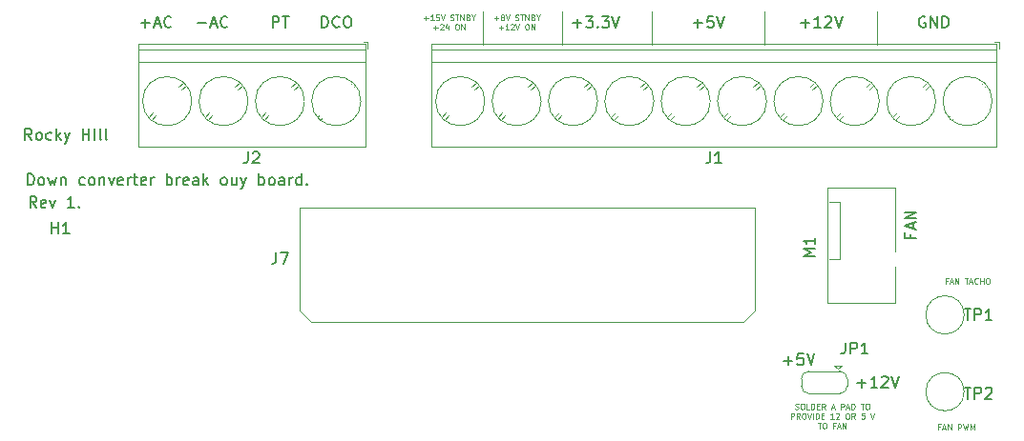
<source format=gbr>
G04 #@! TF.GenerationSoftware,KiCad,Pcbnew,5.1.5-52549c5~84~ubuntu18.04.1*
G04 #@! TF.CreationDate,2020-03-22T20:22:03-04:00*
G04 #@! TF.ProjectId,imac_g3_down_converter_board_adapter,696d6163-5f67-4335-9f64-6f776e5f636f,1*
G04 #@! TF.SameCoordinates,Original*
G04 #@! TF.FileFunction,Legend,Top*
G04 #@! TF.FilePolarity,Positive*
%FSLAX46Y46*%
G04 Gerber Fmt 4.6, Leading zero omitted, Abs format (unit mm)*
G04 Created by KiCad (PCBNEW 5.1.5-52549c5~84~ubuntu18.04.1) date 2020-03-22 20:22:03*
%MOMM*%
%LPD*%
G04 APERTURE LIST*
%ADD10C,0.150000*%
%ADD11C,0.100000*%
%ADD12C,0.120000*%
G04 APERTURE END LIST*
D10*
X90866761Y-79142380D02*
X90533428Y-78666190D01*
X90295333Y-79142380D02*
X90295333Y-78142380D01*
X90676285Y-78142380D01*
X90771523Y-78190000D01*
X90819142Y-78237619D01*
X90866761Y-78332857D01*
X90866761Y-78475714D01*
X90819142Y-78570952D01*
X90771523Y-78618571D01*
X90676285Y-78666190D01*
X90295333Y-78666190D01*
X91676285Y-79094761D02*
X91581047Y-79142380D01*
X91390571Y-79142380D01*
X91295333Y-79094761D01*
X91247714Y-78999523D01*
X91247714Y-78618571D01*
X91295333Y-78523333D01*
X91390571Y-78475714D01*
X91581047Y-78475714D01*
X91676285Y-78523333D01*
X91723904Y-78618571D01*
X91723904Y-78713809D01*
X91247714Y-78809047D01*
X92057238Y-78475714D02*
X92295333Y-79142380D01*
X92533428Y-78475714D01*
X94200095Y-79142380D02*
X93628666Y-79142380D01*
X93914380Y-79142380D02*
X93914380Y-78142380D01*
X93819142Y-78285238D01*
X93723904Y-78380476D01*
X93628666Y-78428095D01*
X94628666Y-79047142D02*
X94676285Y-79094761D01*
X94628666Y-79142380D01*
X94581047Y-79094761D01*
X94628666Y-79047142D01*
X94628666Y-79142380D01*
X168390571Y-81499523D02*
X168390571Y-81832857D01*
X168914380Y-81832857D02*
X167914380Y-81832857D01*
X167914380Y-81356666D01*
X168628666Y-81023333D02*
X168628666Y-80547142D01*
X168914380Y-81118571D02*
X167914380Y-80785238D01*
X168914380Y-80451904D01*
X168914380Y-80118571D02*
X167914380Y-80118571D01*
X168914380Y-79547142D01*
X167914380Y-79547142D01*
X90081047Y-77142380D02*
X90081047Y-76142380D01*
X90319142Y-76142380D01*
X90461999Y-76190000D01*
X90557238Y-76285238D01*
X90604857Y-76380476D01*
X90652476Y-76570952D01*
X90652476Y-76713809D01*
X90604857Y-76904285D01*
X90557238Y-76999523D01*
X90461999Y-77094761D01*
X90319142Y-77142380D01*
X90081047Y-77142380D01*
X91223904Y-77142380D02*
X91128666Y-77094761D01*
X91081047Y-77047142D01*
X91033428Y-76951904D01*
X91033428Y-76666190D01*
X91081047Y-76570952D01*
X91128666Y-76523333D01*
X91223904Y-76475714D01*
X91366761Y-76475714D01*
X91461999Y-76523333D01*
X91509619Y-76570952D01*
X91557238Y-76666190D01*
X91557238Y-76951904D01*
X91509619Y-77047142D01*
X91461999Y-77094761D01*
X91366761Y-77142380D01*
X91223904Y-77142380D01*
X91890571Y-76475714D02*
X92081047Y-77142380D01*
X92271523Y-76666190D01*
X92461999Y-77142380D01*
X92652476Y-76475714D01*
X93033428Y-76475714D02*
X93033428Y-77142380D01*
X93033428Y-76570952D02*
X93081047Y-76523333D01*
X93176285Y-76475714D01*
X93319142Y-76475714D01*
X93414380Y-76523333D01*
X93461999Y-76618571D01*
X93461999Y-77142380D01*
X95128666Y-77094761D02*
X95033428Y-77142380D01*
X94842952Y-77142380D01*
X94747714Y-77094761D01*
X94700095Y-77047142D01*
X94652476Y-76951904D01*
X94652476Y-76666190D01*
X94700095Y-76570952D01*
X94747714Y-76523333D01*
X94842952Y-76475714D01*
X95033428Y-76475714D01*
X95128666Y-76523333D01*
X95700095Y-77142380D02*
X95604857Y-77094761D01*
X95557238Y-77047142D01*
X95509619Y-76951904D01*
X95509619Y-76666190D01*
X95557238Y-76570952D01*
X95604857Y-76523333D01*
X95700095Y-76475714D01*
X95842952Y-76475714D01*
X95938190Y-76523333D01*
X95985809Y-76570952D01*
X96033428Y-76666190D01*
X96033428Y-76951904D01*
X95985809Y-77047142D01*
X95938190Y-77094761D01*
X95842952Y-77142380D01*
X95700095Y-77142380D01*
X96461999Y-76475714D02*
X96461999Y-77142380D01*
X96461999Y-76570952D02*
X96509619Y-76523333D01*
X96604857Y-76475714D01*
X96747714Y-76475714D01*
X96842952Y-76523333D01*
X96890571Y-76618571D01*
X96890571Y-77142380D01*
X97271523Y-76475714D02*
X97509619Y-77142380D01*
X97747714Y-76475714D01*
X98509619Y-77094761D02*
X98414380Y-77142380D01*
X98223904Y-77142380D01*
X98128666Y-77094761D01*
X98081047Y-76999523D01*
X98081047Y-76618571D01*
X98128666Y-76523333D01*
X98223904Y-76475714D01*
X98414380Y-76475714D01*
X98509619Y-76523333D01*
X98557238Y-76618571D01*
X98557238Y-76713809D01*
X98081047Y-76809047D01*
X98985809Y-77142380D02*
X98985809Y-76475714D01*
X98985809Y-76666190D02*
X99033428Y-76570952D01*
X99081047Y-76523333D01*
X99176285Y-76475714D01*
X99271523Y-76475714D01*
X99462000Y-76475714D02*
X99842952Y-76475714D01*
X99604857Y-76142380D02*
X99604857Y-76999523D01*
X99652476Y-77094761D01*
X99747714Y-77142380D01*
X99842952Y-77142380D01*
X100557238Y-77094761D02*
X100462000Y-77142380D01*
X100271523Y-77142380D01*
X100176285Y-77094761D01*
X100128666Y-76999523D01*
X100128666Y-76618571D01*
X100176285Y-76523333D01*
X100271523Y-76475714D01*
X100462000Y-76475714D01*
X100557238Y-76523333D01*
X100604857Y-76618571D01*
X100604857Y-76713809D01*
X100128666Y-76809047D01*
X101033428Y-77142380D02*
X101033428Y-76475714D01*
X101033428Y-76666190D02*
X101081047Y-76570952D01*
X101128666Y-76523333D01*
X101223904Y-76475714D01*
X101319142Y-76475714D01*
X102414380Y-77142380D02*
X102414380Y-76142380D01*
X102414380Y-76523333D02*
X102509619Y-76475714D01*
X102700095Y-76475714D01*
X102795333Y-76523333D01*
X102842952Y-76570952D01*
X102890571Y-76666190D01*
X102890571Y-76951904D01*
X102842952Y-77047142D01*
X102795333Y-77094761D01*
X102700095Y-77142380D01*
X102509619Y-77142380D01*
X102414380Y-77094761D01*
X103319142Y-77142380D02*
X103319142Y-76475714D01*
X103319142Y-76666190D02*
X103366761Y-76570952D01*
X103414380Y-76523333D01*
X103509619Y-76475714D01*
X103604857Y-76475714D01*
X104319142Y-77094761D02*
X104223904Y-77142380D01*
X104033428Y-77142380D01*
X103938190Y-77094761D01*
X103890571Y-76999523D01*
X103890571Y-76618571D01*
X103938190Y-76523333D01*
X104033428Y-76475714D01*
X104223904Y-76475714D01*
X104319142Y-76523333D01*
X104366761Y-76618571D01*
X104366761Y-76713809D01*
X103890571Y-76809047D01*
X105223904Y-77142380D02*
X105223904Y-76618571D01*
X105176285Y-76523333D01*
X105081047Y-76475714D01*
X104890571Y-76475714D01*
X104795333Y-76523333D01*
X105223904Y-77094761D02*
X105128666Y-77142380D01*
X104890571Y-77142380D01*
X104795333Y-77094761D01*
X104747714Y-76999523D01*
X104747714Y-76904285D01*
X104795333Y-76809047D01*
X104890571Y-76761428D01*
X105128666Y-76761428D01*
X105223904Y-76713809D01*
X105700095Y-77142380D02*
X105700095Y-76142380D01*
X105795333Y-76761428D02*
X106081047Y-77142380D01*
X106081047Y-76475714D02*
X105700095Y-76856666D01*
X107414380Y-77142380D02*
X107319142Y-77094761D01*
X107271523Y-77047142D01*
X107223904Y-76951904D01*
X107223904Y-76666190D01*
X107271523Y-76570952D01*
X107319142Y-76523333D01*
X107414380Y-76475714D01*
X107557238Y-76475714D01*
X107652476Y-76523333D01*
X107700095Y-76570952D01*
X107747714Y-76666190D01*
X107747714Y-76951904D01*
X107700095Y-77047142D01*
X107652476Y-77094761D01*
X107557238Y-77142380D01*
X107414380Y-77142380D01*
X108604857Y-76475714D02*
X108604857Y-77142380D01*
X108176285Y-76475714D02*
X108176285Y-76999523D01*
X108223904Y-77094761D01*
X108319142Y-77142380D01*
X108461999Y-77142380D01*
X108557238Y-77094761D01*
X108604857Y-77047142D01*
X108985809Y-76475714D02*
X109223904Y-77142380D01*
X109461999Y-76475714D02*
X109223904Y-77142380D01*
X109128666Y-77380476D01*
X109081047Y-77428095D01*
X108985809Y-77475714D01*
X110604857Y-77142380D02*
X110604857Y-76142380D01*
X110604857Y-76523333D02*
X110700095Y-76475714D01*
X110890571Y-76475714D01*
X110985809Y-76523333D01*
X111033428Y-76570952D01*
X111081047Y-76666190D01*
X111081047Y-76951904D01*
X111033428Y-77047142D01*
X110985809Y-77094761D01*
X110890571Y-77142380D01*
X110700095Y-77142380D01*
X110604857Y-77094761D01*
X111652476Y-77142380D02*
X111557238Y-77094761D01*
X111509619Y-77047142D01*
X111461999Y-76951904D01*
X111461999Y-76666190D01*
X111509619Y-76570952D01*
X111557238Y-76523333D01*
X111652476Y-76475714D01*
X111795333Y-76475714D01*
X111890571Y-76523333D01*
X111938190Y-76570952D01*
X111985809Y-76666190D01*
X111985809Y-76951904D01*
X111938190Y-77047142D01*
X111890571Y-77094761D01*
X111795333Y-77142380D01*
X111652476Y-77142380D01*
X112842952Y-77142380D02*
X112842952Y-76618571D01*
X112795333Y-76523333D01*
X112700095Y-76475714D01*
X112509619Y-76475714D01*
X112414380Y-76523333D01*
X112842952Y-77094761D02*
X112747714Y-77142380D01*
X112509619Y-77142380D01*
X112414380Y-77094761D01*
X112366761Y-76999523D01*
X112366761Y-76904285D01*
X112414380Y-76809047D01*
X112509619Y-76761428D01*
X112747714Y-76761428D01*
X112842952Y-76713809D01*
X113319142Y-77142380D02*
X113319142Y-76475714D01*
X113319142Y-76666190D02*
X113366761Y-76570952D01*
X113414380Y-76523333D01*
X113509619Y-76475714D01*
X113604857Y-76475714D01*
X114366761Y-77142380D02*
X114366761Y-76142380D01*
X114366761Y-77094761D02*
X114271523Y-77142380D01*
X114081047Y-77142380D01*
X113985809Y-77094761D01*
X113938190Y-77047142D01*
X113890571Y-76951904D01*
X113890571Y-76666190D01*
X113938190Y-76570952D01*
X113985809Y-76523333D01*
X114081047Y-76475714D01*
X114271523Y-76475714D01*
X114366761Y-76523333D01*
X114842952Y-77047142D02*
X114890571Y-77094761D01*
X114842952Y-77142380D01*
X114795333Y-77094761D01*
X114842952Y-77047142D01*
X114842952Y-77142380D01*
X90438190Y-73142380D02*
X90104857Y-72666190D01*
X89866761Y-73142380D02*
X89866761Y-72142380D01*
X90247714Y-72142380D01*
X90342952Y-72190000D01*
X90390571Y-72237619D01*
X90438190Y-72332857D01*
X90438190Y-72475714D01*
X90390571Y-72570952D01*
X90342952Y-72618571D01*
X90247714Y-72666190D01*
X89866761Y-72666190D01*
X91009619Y-73142380D02*
X90914380Y-73094761D01*
X90866761Y-73047142D01*
X90819142Y-72951904D01*
X90819142Y-72666190D01*
X90866761Y-72570952D01*
X90914380Y-72523333D01*
X91009619Y-72475714D01*
X91152476Y-72475714D01*
X91247714Y-72523333D01*
X91295333Y-72570952D01*
X91342952Y-72666190D01*
X91342952Y-72951904D01*
X91295333Y-73047142D01*
X91247714Y-73094761D01*
X91152476Y-73142380D01*
X91009619Y-73142380D01*
X92200095Y-73094761D02*
X92104857Y-73142380D01*
X91914380Y-73142380D01*
X91819142Y-73094761D01*
X91771523Y-73047142D01*
X91723904Y-72951904D01*
X91723904Y-72666190D01*
X91771523Y-72570952D01*
X91819142Y-72523333D01*
X91914380Y-72475714D01*
X92104857Y-72475714D01*
X92200095Y-72523333D01*
X92628666Y-73142380D02*
X92628666Y-72142380D01*
X92723904Y-72761428D02*
X93009619Y-73142380D01*
X93009619Y-72475714D02*
X92628666Y-72856666D01*
X93342952Y-72475714D02*
X93581047Y-73142380D01*
X93819142Y-72475714D02*
X93581047Y-73142380D01*
X93485809Y-73380476D01*
X93438190Y-73428095D01*
X93342952Y-73475714D01*
X94962000Y-73142380D02*
X94962000Y-72142380D01*
X94962000Y-72618571D02*
X95533428Y-72618571D01*
X95533428Y-73142380D02*
X95533428Y-72142380D01*
X96009619Y-73142380D02*
X96009619Y-72142380D01*
X96628666Y-73142380D02*
X96533428Y-73094761D01*
X96485809Y-72999523D01*
X96485809Y-72142380D01*
X97152476Y-73142380D02*
X97057238Y-73094761D01*
X97009619Y-72999523D01*
X97009619Y-72142380D01*
D11*
X171045333Y-98654285D02*
X170878666Y-98654285D01*
X170878666Y-98916190D02*
X170878666Y-98416190D01*
X171116761Y-98416190D01*
X171283428Y-98773333D02*
X171521523Y-98773333D01*
X171235809Y-98916190D02*
X171402476Y-98416190D01*
X171569142Y-98916190D01*
X171735809Y-98916190D02*
X171735809Y-98416190D01*
X172021523Y-98916190D01*
X172021523Y-98416190D01*
X172640571Y-98916190D02*
X172640571Y-98416190D01*
X172831047Y-98416190D01*
X172878666Y-98440000D01*
X172902476Y-98463809D01*
X172926285Y-98511428D01*
X172926285Y-98582857D01*
X172902476Y-98630476D01*
X172878666Y-98654285D01*
X172831047Y-98678095D01*
X172640571Y-98678095D01*
X173092952Y-98416190D02*
X173212000Y-98916190D01*
X173307238Y-98559047D01*
X173402476Y-98916190D01*
X173521523Y-98416190D01*
X173712000Y-98916190D02*
X173712000Y-98416190D01*
X173878666Y-98773333D01*
X174045333Y-98416190D01*
X174045333Y-98916190D01*
X171688190Y-85654285D02*
X171521523Y-85654285D01*
X171521523Y-85916190D02*
X171521523Y-85416190D01*
X171759619Y-85416190D01*
X171926285Y-85773333D02*
X172164380Y-85773333D01*
X171878666Y-85916190D02*
X172045333Y-85416190D01*
X172212000Y-85916190D01*
X172378666Y-85916190D02*
X172378666Y-85416190D01*
X172664380Y-85916190D01*
X172664380Y-85416190D01*
X173212000Y-85416190D02*
X173497714Y-85416190D01*
X173354857Y-85916190D02*
X173354857Y-85416190D01*
X173640571Y-85773333D02*
X173878666Y-85773333D01*
X173592952Y-85916190D02*
X173759619Y-85416190D01*
X173926285Y-85916190D01*
X174378666Y-85868571D02*
X174354857Y-85892380D01*
X174283428Y-85916190D01*
X174235809Y-85916190D01*
X174164380Y-85892380D01*
X174116761Y-85844761D01*
X174092952Y-85797142D01*
X174069142Y-85701904D01*
X174069142Y-85630476D01*
X174092952Y-85535238D01*
X174116761Y-85487619D01*
X174164380Y-85440000D01*
X174235809Y-85416190D01*
X174283428Y-85416190D01*
X174354857Y-85440000D01*
X174378666Y-85463809D01*
X174592952Y-85916190D02*
X174592952Y-85416190D01*
X174592952Y-85654285D02*
X174878666Y-85654285D01*
X174878666Y-85916190D02*
X174878666Y-85416190D01*
X175212000Y-85416190D02*
X175307238Y-85416190D01*
X175354857Y-85440000D01*
X175402476Y-85487619D01*
X175426285Y-85582857D01*
X175426285Y-85749523D01*
X175402476Y-85844761D01*
X175354857Y-85892380D01*
X175307238Y-85916190D01*
X175212000Y-85916190D01*
X175164380Y-85892380D01*
X175116761Y-85844761D01*
X175092952Y-85749523D01*
X175092952Y-85582857D01*
X175116761Y-85487619D01*
X175164380Y-85440000D01*
X175212000Y-85416190D01*
X158176285Y-97042380D02*
X158247714Y-97066190D01*
X158366761Y-97066190D01*
X158414380Y-97042380D01*
X158438190Y-97018571D01*
X158462000Y-96970952D01*
X158462000Y-96923333D01*
X158438190Y-96875714D01*
X158414380Y-96851904D01*
X158366761Y-96828095D01*
X158271523Y-96804285D01*
X158223904Y-96780476D01*
X158200095Y-96756666D01*
X158176285Y-96709047D01*
X158176285Y-96661428D01*
X158200095Y-96613809D01*
X158223904Y-96590000D01*
X158271523Y-96566190D01*
X158390571Y-96566190D01*
X158462000Y-96590000D01*
X158771523Y-96566190D02*
X158866761Y-96566190D01*
X158914380Y-96590000D01*
X158962000Y-96637619D01*
X158985809Y-96732857D01*
X158985809Y-96899523D01*
X158962000Y-96994761D01*
X158914380Y-97042380D01*
X158866761Y-97066190D01*
X158771523Y-97066190D01*
X158723904Y-97042380D01*
X158676285Y-96994761D01*
X158652476Y-96899523D01*
X158652476Y-96732857D01*
X158676285Y-96637619D01*
X158723904Y-96590000D01*
X158771523Y-96566190D01*
X159438190Y-97066190D02*
X159200095Y-97066190D01*
X159200095Y-96566190D01*
X159604857Y-97066190D02*
X159604857Y-96566190D01*
X159723904Y-96566190D01*
X159795333Y-96590000D01*
X159842952Y-96637619D01*
X159866761Y-96685238D01*
X159890571Y-96780476D01*
X159890571Y-96851904D01*
X159866761Y-96947142D01*
X159842952Y-96994761D01*
X159795333Y-97042380D01*
X159723904Y-97066190D01*
X159604857Y-97066190D01*
X160104857Y-96804285D02*
X160271523Y-96804285D01*
X160342952Y-97066190D02*
X160104857Y-97066190D01*
X160104857Y-96566190D01*
X160342952Y-96566190D01*
X160842952Y-97066190D02*
X160676285Y-96828095D01*
X160557238Y-97066190D02*
X160557238Y-96566190D01*
X160747714Y-96566190D01*
X160795333Y-96590000D01*
X160819142Y-96613809D01*
X160842952Y-96661428D01*
X160842952Y-96732857D01*
X160819142Y-96780476D01*
X160795333Y-96804285D01*
X160747714Y-96828095D01*
X160557238Y-96828095D01*
X161414380Y-96923333D02*
X161652476Y-96923333D01*
X161366761Y-97066190D02*
X161533428Y-96566190D01*
X161700095Y-97066190D01*
X162247714Y-97066190D02*
X162247714Y-96566190D01*
X162438190Y-96566190D01*
X162485809Y-96590000D01*
X162509619Y-96613809D01*
X162533428Y-96661428D01*
X162533428Y-96732857D01*
X162509619Y-96780476D01*
X162485809Y-96804285D01*
X162438190Y-96828095D01*
X162247714Y-96828095D01*
X162723904Y-96923333D02*
X162962000Y-96923333D01*
X162676285Y-97066190D02*
X162842952Y-96566190D01*
X163009619Y-97066190D01*
X163176285Y-97066190D02*
X163176285Y-96566190D01*
X163295333Y-96566190D01*
X163366761Y-96590000D01*
X163414380Y-96637619D01*
X163438190Y-96685238D01*
X163462000Y-96780476D01*
X163462000Y-96851904D01*
X163438190Y-96947142D01*
X163414380Y-96994761D01*
X163366761Y-97042380D01*
X163295333Y-97066190D01*
X163176285Y-97066190D01*
X163985809Y-96566190D02*
X164271523Y-96566190D01*
X164128666Y-97066190D02*
X164128666Y-96566190D01*
X164533428Y-96566190D02*
X164628666Y-96566190D01*
X164676285Y-96590000D01*
X164723904Y-96637619D01*
X164747714Y-96732857D01*
X164747714Y-96899523D01*
X164723904Y-96994761D01*
X164676285Y-97042380D01*
X164628666Y-97066190D01*
X164533428Y-97066190D01*
X164485809Y-97042380D01*
X164438190Y-96994761D01*
X164414380Y-96899523D01*
X164414380Y-96732857D01*
X164438190Y-96637619D01*
X164485809Y-96590000D01*
X164533428Y-96566190D01*
X157807238Y-97916190D02*
X157807238Y-97416190D01*
X157997714Y-97416190D01*
X158045333Y-97440000D01*
X158069142Y-97463809D01*
X158092952Y-97511428D01*
X158092952Y-97582857D01*
X158069142Y-97630476D01*
X158045333Y-97654285D01*
X157997714Y-97678095D01*
X157807238Y-97678095D01*
X158592952Y-97916190D02*
X158426285Y-97678095D01*
X158307238Y-97916190D02*
X158307238Y-97416190D01*
X158497714Y-97416190D01*
X158545333Y-97440000D01*
X158569142Y-97463809D01*
X158592952Y-97511428D01*
X158592952Y-97582857D01*
X158569142Y-97630476D01*
X158545333Y-97654285D01*
X158497714Y-97678095D01*
X158307238Y-97678095D01*
X158902476Y-97416190D02*
X158997714Y-97416190D01*
X159045333Y-97440000D01*
X159092952Y-97487619D01*
X159116761Y-97582857D01*
X159116761Y-97749523D01*
X159092952Y-97844761D01*
X159045333Y-97892380D01*
X158997714Y-97916190D01*
X158902476Y-97916190D01*
X158854857Y-97892380D01*
X158807238Y-97844761D01*
X158783428Y-97749523D01*
X158783428Y-97582857D01*
X158807238Y-97487619D01*
X158854857Y-97440000D01*
X158902476Y-97416190D01*
X159259619Y-97416190D02*
X159426285Y-97916190D01*
X159592952Y-97416190D01*
X159759619Y-97916190D02*
X159759619Y-97416190D01*
X159997714Y-97916190D02*
X159997714Y-97416190D01*
X160116761Y-97416190D01*
X160188190Y-97440000D01*
X160235809Y-97487619D01*
X160259619Y-97535238D01*
X160283428Y-97630476D01*
X160283428Y-97701904D01*
X160259619Y-97797142D01*
X160235809Y-97844761D01*
X160188190Y-97892380D01*
X160116761Y-97916190D01*
X159997714Y-97916190D01*
X160497714Y-97654285D02*
X160664380Y-97654285D01*
X160735809Y-97916190D02*
X160497714Y-97916190D01*
X160497714Y-97416190D01*
X160735809Y-97416190D01*
X161592952Y-97916190D02*
X161307238Y-97916190D01*
X161450095Y-97916190D02*
X161450095Y-97416190D01*
X161402476Y-97487619D01*
X161354857Y-97535238D01*
X161307238Y-97559047D01*
X161783428Y-97463809D02*
X161807238Y-97440000D01*
X161854857Y-97416190D01*
X161973904Y-97416190D01*
X162021523Y-97440000D01*
X162045333Y-97463809D01*
X162069142Y-97511428D01*
X162069142Y-97559047D01*
X162045333Y-97630476D01*
X161759619Y-97916190D01*
X162069142Y-97916190D01*
X162759619Y-97416190D02*
X162854857Y-97416190D01*
X162902476Y-97440000D01*
X162950095Y-97487619D01*
X162973904Y-97582857D01*
X162973904Y-97749523D01*
X162950095Y-97844761D01*
X162902476Y-97892380D01*
X162854857Y-97916190D01*
X162759619Y-97916190D01*
X162712000Y-97892380D01*
X162664380Y-97844761D01*
X162640571Y-97749523D01*
X162640571Y-97582857D01*
X162664380Y-97487619D01*
X162712000Y-97440000D01*
X162759619Y-97416190D01*
X163473904Y-97916190D02*
X163307238Y-97678095D01*
X163188190Y-97916190D02*
X163188190Y-97416190D01*
X163378666Y-97416190D01*
X163426285Y-97440000D01*
X163450095Y-97463809D01*
X163473904Y-97511428D01*
X163473904Y-97582857D01*
X163450095Y-97630476D01*
X163426285Y-97654285D01*
X163378666Y-97678095D01*
X163188190Y-97678095D01*
X164307238Y-97416190D02*
X164069142Y-97416190D01*
X164045333Y-97654285D01*
X164069142Y-97630476D01*
X164116761Y-97606666D01*
X164235809Y-97606666D01*
X164283428Y-97630476D01*
X164307238Y-97654285D01*
X164331047Y-97701904D01*
X164331047Y-97820952D01*
X164307238Y-97868571D01*
X164283428Y-97892380D01*
X164235809Y-97916190D01*
X164116761Y-97916190D01*
X164069142Y-97892380D01*
X164045333Y-97868571D01*
X164854857Y-97416190D02*
X165021523Y-97916190D01*
X165188190Y-97416190D01*
X160176285Y-98266190D02*
X160462000Y-98266190D01*
X160319142Y-98766190D02*
X160319142Y-98266190D01*
X160723904Y-98266190D02*
X160819142Y-98266190D01*
X160866761Y-98290000D01*
X160914380Y-98337619D01*
X160938190Y-98432857D01*
X160938190Y-98599523D01*
X160914380Y-98694761D01*
X160866761Y-98742380D01*
X160819142Y-98766190D01*
X160723904Y-98766190D01*
X160676285Y-98742380D01*
X160628666Y-98694761D01*
X160604857Y-98599523D01*
X160604857Y-98432857D01*
X160628666Y-98337619D01*
X160676285Y-98290000D01*
X160723904Y-98266190D01*
X161700095Y-98504285D02*
X161533428Y-98504285D01*
X161533428Y-98766190D02*
X161533428Y-98266190D01*
X161771523Y-98266190D01*
X161938190Y-98623333D02*
X162176285Y-98623333D01*
X161890571Y-98766190D02*
X162057238Y-98266190D01*
X162223904Y-98766190D01*
X162390571Y-98766190D02*
X162390571Y-98266190D01*
X162676285Y-98766190D01*
X162676285Y-98266190D01*
D10*
X157176285Y-92761428D02*
X157938190Y-92761428D01*
X157557238Y-93142380D02*
X157557238Y-92380476D01*
X158890571Y-92142380D02*
X158414380Y-92142380D01*
X158366761Y-92618571D01*
X158414380Y-92570952D01*
X158509619Y-92523333D01*
X158747714Y-92523333D01*
X158842952Y-92570952D01*
X158890571Y-92618571D01*
X158938190Y-92713809D01*
X158938190Y-92951904D01*
X158890571Y-93047142D01*
X158842952Y-93094761D01*
X158747714Y-93142380D01*
X158509619Y-93142380D01*
X158414380Y-93094761D01*
X158366761Y-93047142D01*
X159223904Y-92142380D02*
X159557238Y-93142380D01*
X159890571Y-92142380D01*
X163700095Y-94761428D02*
X164462000Y-94761428D01*
X164081047Y-95142380D02*
X164081047Y-94380476D01*
X165462000Y-95142380D02*
X164890571Y-95142380D01*
X165176285Y-95142380D02*
X165176285Y-94142380D01*
X165081047Y-94285238D01*
X164985809Y-94380476D01*
X164890571Y-94428095D01*
X165842952Y-94237619D02*
X165890571Y-94190000D01*
X165985809Y-94142380D01*
X166223904Y-94142380D01*
X166319142Y-94190000D01*
X166366761Y-94237619D01*
X166414380Y-94332857D01*
X166414380Y-94428095D01*
X166366761Y-94570952D01*
X165795333Y-95142380D01*
X166414380Y-95142380D01*
X166700095Y-94142380D02*
X167033428Y-95142380D01*
X167366761Y-94142380D01*
D12*
X130462000Y-61690000D02*
X130462000Y-64690000D01*
X165462000Y-61690000D02*
X165462000Y-64690000D01*
X155462000Y-61690000D02*
X155462000Y-64690000D01*
X145462000Y-61690000D02*
X145462000Y-64690000D01*
X137462000Y-61690000D02*
X137462000Y-64690000D01*
D10*
X169700095Y-62190000D02*
X169604857Y-62142380D01*
X169462000Y-62142380D01*
X169319142Y-62190000D01*
X169223904Y-62285238D01*
X169176285Y-62380476D01*
X169128666Y-62570952D01*
X169128666Y-62713809D01*
X169176285Y-62904285D01*
X169223904Y-62999523D01*
X169319142Y-63094761D01*
X169462000Y-63142380D01*
X169557238Y-63142380D01*
X169700095Y-63094761D01*
X169747714Y-63047142D01*
X169747714Y-62713809D01*
X169557238Y-62713809D01*
X170176285Y-63142380D02*
X170176285Y-62142380D01*
X170747714Y-63142380D01*
X170747714Y-62142380D01*
X171223904Y-63142380D02*
X171223904Y-62142380D01*
X171462000Y-62142380D01*
X171604857Y-62190000D01*
X171700095Y-62285238D01*
X171747714Y-62380476D01*
X171795333Y-62570952D01*
X171795333Y-62713809D01*
X171747714Y-62904285D01*
X171700095Y-62999523D01*
X171604857Y-63094761D01*
X171462000Y-63142380D01*
X171223904Y-63142380D01*
X158700095Y-62761428D02*
X159462000Y-62761428D01*
X159081047Y-63142380D02*
X159081047Y-62380476D01*
X160462000Y-63142380D02*
X159890571Y-63142380D01*
X160176285Y-63142380D02*
X160176285Y-62142380D01*
X160081047Y-62285238D01*
X159985809Y-62380476D01*
X159890571Y-62428095D01*
X160842952Y-62237619D02*
X160890571Y-62190000D01*
X160985809Y-62142380D01*
X161223904Y-62142380D01*
X161319142Y-62190000D01*
X161366761Y-62237619D01*
X161414380Y-62332857D01*
X161414380Y-62428095D01*
X161366761Y-62570952D01*
X160795333Y-63142380D01*
X161414380Y-63142380D01*
X161700095Y-62142380D02*
X162033428Y-63142380D01*
X162366761Y-62142380D01*
X149176285Y-62761428D02*
X149938190Y-62761428D01*
X149557238Y-63142380D02*
X149557238Y-62380476D01*
X150890571Y-62142380D02*
X150414380Y-62142380D01*
X150366761Y-62618571D01*
X150414380Y-62570952D01*
X150509619Y-62523333D01*
X150747714Y-62523333D01*
X150842952Y-62570952D01*
X150890571Y-62618571D01*
X150938190Y-62713809D01*
X150938190Y-62951904D01*
X150890571Y-63047142D01*
X150842952Y-63094761D01*
X150747714Y-63142380D01*
X150509619Y-63142380D01*
X150414380Y-63094761D01*
X150366761Y-63047142D01*
X151223904Y-62142380D02*
X151557238Y-63142380D01*
X151890571Y-62142380D01*
X138462000Y-62761428D02*
X139223904Y-62761428D01*
X138842952Y-63142380D02*
X138842952Y-62380476D01*
X139604857Y-62142380D02*
X140223904Y-62142380D01*
X139890571Y-62523333D01*
X140033428Y-62523333D01*
X140128666Y-62570952D01*
X140176285Y-62618571D01*
X140223904Y-62713809D01*
X140223904Y-62951904D01*
X140176285Y-63047142D01*
X140128666Y-63094761D01*
X140033428Y-63142380D01*
X139747714Y-63142380D01*
X139652476Y-63094761D01*
X139604857Y-63047142D01*
X140652476Y-63047142D02*
X140700095Y-63094761D01*
X140652476Y-63142380D01*
X140604857Y-63094761D01*
X140652476Y-63047142D01*
X140652476Y-63142380D01*
X141033428Y-62142380D02*
X141652476Y-62142380D01*
X141319142Y-62523333D01*
X141462000Y-62523333D01*
X141557238Y-62570952D01*
X141604857Y-62618571D01*
X141652476Y-62713809D01*
X141652476Y-62951904D01*
X141604857Y-63047142D01*
X141557238Y-63094761D01*
X141462000Y-63142380D01*
X141176285Y-63142380D01*
X141081047Y-63094761D01*
X141033428Y-63047142D01*
X141938190Y-62142380D02*
X142271523Y-63142380D01*
X142604857Y-62142380D01*
D11*
X131473904Y-62300714D02*
X131854857Y-62300714D01*
X131664380Y-62491190D02*
X131664380Y-62110238D01*
X132164380Y-62205476D02*
X132116761Y-62181666D01*
X132092952Y-62157857D01*
X132069142Y-62110238D01*
X132069142Y-62086428D01*
X132092952Y-62038809D01*
X132116761Y-62015000D01*
X132164380Y-61991190D01*
X132259619Y-61991190D01*
X132307238Y-62015000D01*
X132331047Y-62038809D01*
X132354857Y-62086428D01*
X132354857Y-62110238D01*
X132331047Y-62157857D01*
X132307238Y-62181666D01*
X132259619Y-62205476D01*
X132164380Y-62205476D01*
X132116761Y-62229285D01*
X132092952Y-62253095D01*
X132069142Y-62300714D01*
X132069142Y-62395952D01*
X132092952Y-62443571D01*
X132116761Y-62467380D01*
X132164380Y-62491190D01*
X132259619Y-62491190D01*
X132307238Y-62467380D01*
X132331047Y-62443571D01*
X132354857Y-62395952D01*
X132354857Y-62300714D01*
X132331047Y-62253095D01*
X132307238Y-62229285D01*
X132259619Y-62205476D01*
X132497714Y-61991190D02*
X132664380Y-62491190D01*
X132831047Y-61991190D01*
X133354857Y-62467380D02*
X133426285Y-62491190D01*
X133545333Y-62491190D01*
X133592952Y-62467380D01*
X133616761Y-62443571D01*
X133640571Y-62395952D01*
X133640571Y-62348333D01*
X133616761Y-62300714D01*
X133592952Y-62276904D01*
X133545333Y-62253095D01*
X133450095Y-62229285D01*
X133402476Y-62205476D01*
X133378666Y-62181666D01*
X133354857Y-62134047D01*
X133354857Y-62086428D01*
X133378666Y-62038809D01*
X133402476Y-62015000D01*
X133450095Y-61991190D01*
X133569142Y-61991190D01*
X133640571Y-62015000D01*
X133783428Y-61991190D02*
X134069142Y-61991190D01*
X133926285Y-62491190D02*
X133926285Y-61991190D01*
X134235809Y-62491190D02*
X134235809Y-61991190D01*
X134521523Y-62491190D01*
X134521523Y-61991190D01*
X134926285Y-62229285D02*
X134997714Y-62253095D01*
X135021523Y-62276904D01*
X135045333Y-62324523D01*
X135045333Y-62395952D01*
X135021523Y-62443571D01*
X134997714Y-62467380D01*
X134950095Y-62491190D01*
X134759619Y-62491190D01*
X134759619Y-61991190D01*
X134926285Y-61991190D01*
X134973904Y-62015000D01*
X134997714Y-62038809D01*
X135021523Y-62086428D01*
X135021523Y-62134047D01*
X134997714Y-62181666D01*
X134973904Y-62205476D01*
X134926285Y-62229285D01*
X134759619Y-62229285D01*
X135354857Y-62253095D02*
X135354857Y-62491190D01*
X135188190Y-61991190D02*
X135354857Y-62253095D01*
X135521523Y-61991190D01*
X131866761Y-63150714D02*
X132247714Y-63150714D01*
X132057238Y-63341190D02*
X132057238Y-62960238D01*
X132747714Y-63341190D02*
X132462000Y-63341190D01*
X132604857Y-63341190D02*
X132604857Y-62841190D01*
X132557238Y-62912619D01*
X132509619Y-62960238D01*
X132462000Y-62984047D01*
X132938190Y-62888809D02*
X132962000Y-62865000D01*
X133009619Y-62841190D01*
X133128666Y-62841190D01*
X133176285Y-62865000D01*
X133200095Y-62888809D01*
X133223904Y-62936428D01*
X133223904Y-62984047D01*
X133200095Y-63055476D01*
X132914380Y-63341190D01*
X133223904Y-63341190D01*
X133366761Y-62841190D02*
X133533428Y-63341190D01*
X133700095Y-62841190D01*
X134342952Y-62841190D02*
X134438190Y-62841190D01*
X134485809Y-62865000D01*
X134533428Y-62912619D01*
X134557238Y-63007857D01*
X134557238Y-63174523D01*
X134533428Y-63269761D01*
X134485809Y-63317380D01*
X134438190Y-63341190D01*
X134342952Y-63341190D01*
X134295333Y-63317380D01*
X134247714Y-63269761D01*
X134223904Y-63174523D01*
X134223904Y-63007857D01*
X134247714Y-62912619D01*
X134295333Y-62865000D01*
X134342952Y-62841190D01*
X134771523Y-63341190D02*
X134771523Y-62841190D01*
X135057238Y-63341190D01*
X135057238Y-62841190D01*
X125235809Y-62300714D02*
X125616761Y-62300714D01*
X125426285Y-62491190D02*
X125426285Y-62110238D01*
X126116761Y-62491190D02*
X125831047Y-62491190D01*
X125973904Y-62491190D02*
X125973904Y-61991190D01*
X125926285Y-62062619D01*
X125878666Y-62110238D01*
X125831047Y-62134047D01*
X126569142Y-61991190D02*
X126331047Y-61991190D01*
X126307238Y-62229285D01*
X126331047Y-62205476D01*
X126378666Y-62181666D01*
X126497714Y-62181666D01*
X126545333Y-62205476D01*
X126569142Y-62229285D01*
X126592952Y-62276904D01*
X126592952Y-62395952D01*
X126569142Y-62443571D01*
X126545333Y-62467380D01*
X126497714Y-62491190D01*
X126378666Y-62491190D01*
X126331047Y-62467380D01*
X126307238Y-62443571D01*
X126735809Y-61991190D02*
X126902476Y-62491190D01*
X127069142Y-61991190D01*
X127592952Y-62467380D02*
X127664380Y-62491190D01*
X127783428Y-62491190D01*
X127831047Y-62467380D01*
X127854857Y-62443571D01*
X127878666Y-62395952D01*
X127878666Y-62348333D01*
X127854857Y-62300714D01*
X127831047Y-62276904D01*
X127783428Y-62253095D01*
X127688190Y-62229285D01*
X127640571Y-62205476D01*
X127616761Y-62181666D01*
X127592952Y-62134047D01*
X127592952Y-62086428D01*
X127616761Y-62038809D01*
X127640571Y-62015000D01*
X127688190Y-61991190D01*
X127807238Y-61991190D01*
X127878666Y-62015000D01*
X128021523Y-61991190D02*
X128307238Y-61991190D01*
X128164380Y-62491190D02*
X128164380Y-61991190D01*
X128473904Y-62491190D02*
X128473904Y-61991190D01*
X128759619Y-62491190D01*
X128759619Y-61991190D01*
X129164380Y-62229285D02*
X129235809Y-62253095D01*
X129259619Y-62276904D01*
X129283428Y-62324523D01*
X129283428Y-62395952D01*
X129259619Y-62443571D01*
X129235809Y-62467380D01*
X129188190Y-62491190D01*
X128997714Y-62491190D01*
X128997714Y-61991190D01*
X129164380Y-61991190D01*
X129212000Y-62015000D01*
X129235809Y-62038809D01*
X129259619Y-62086428D01*
X129259619Y-62134047D01*
X129235809Y-62181666D01*
X129212000Y-62205476D01*
X129164380Y-62229285D01*
X128997714Y-62229285D01*
X129592952Y-62253095D02*
X129592952Y-62491190D01*
X129426285Y-61991190D02*
X129592952Y-62253095D01*
X129759619Y-61991190D01*
X126081047Y-63150714D02*
X126462000Y-63150714D01*
X126271523Y-63341190D02*
X126271523Y-62960238D01*
X126676285Y-62888809D02*
X126700095Y-62865000D01*
X126747714Y-62841190D01*
X126866761Y-62841190D01*
X126914380Y-62865000D01*
X126938190Y-62888809D01*
X126962000Y-62936428D01*
X126962000Y-62984047D01*
X126938190Y-63055476D01*
X126652476Y-63341190D01*
X126962000Y-63341190D01*
X127390571Y-63007857D02*
X127390571Y-63341190D01*
X127271523Y-62817380D02*
X127152476Y-63174523D01*
X127462000Y-63174523D01*
X128128666Y-62841190D02*
X128223904Y-62841190D01*
X128271523Y-62865000D01*
X128319142Y-62912619D01*
X128342952Y-63007857D01*
X128342952Y-63174523D01*
X128319142Y-63269761D01*
X128271523Y-63317380D01*
X128223904Y-63341190D01*
X128128666Y-63341190D01*
X128081047Y-63317380D01*
X128033428Y-63269761D01*
X128009619Y-63174523D01*
X128009619Y-63007857D01*
X128033428Y-62912619D01*
X128081047Y-62865000D01*
X128128666Y-62841190D01*
X128557238Y-63341190D02*
X128557238Y-62841190D01*
X128842952Y-63341190D01*
X128842952Y-62841190D01*
D10*
X116176285Y-63142380D02*
X116176285Y-62142380D01*
X116414380Y-62142380D01*
X116557238Y-62190000D01*
X116652476Y-62285238D01*
X116700095Y-62380476D01*
X116747714Y-62570952D01*
X116747714Y-62713809D01*
X116700095Y-62904285D01*
X116652476Y-62999523D01*
X116557238Y-63094761D01*
X116414380Y-63142380D01*
X116176285Y-63142380D01*
X117747714Y-63047142D02*
X117700095Y-63094761D01*
X117557238Y-63142380D01*
X117462000Y-63142380D01*
X117319142Y-63094761D01*
X117223904Y-62999523D01*
X117176285Y-62904285D01*
X117128666Y-62713809D01*
X117128666Y-62570952D01*
X117176285Y-62380476D01*
X117223904Y-62285238D01*
X117319142Y-62190000D01*
X117462000Y-62142380D01*
X117557238Y-62142380D01*
X117700095Y-62190000D01*
X117747714Y-62237619D01*
X118366761Y-62142380D02*
X118557238Y-62142380D01*
X118652476Y-62190000D01*
X118747714Y-62285238D01*
X118795333Y-62475714D01*
X118795333Y-62809047D01*
X118747714Y-62999523D01*
X118652476Y-63094761D01*
X118557238Y-63142380D01*
X118366761Y-63142380D01*
X118271523Y-63094761D01*
X118176285Y-62999523D01*
X118128666Y-62809047D01*
X118128666Y-62475714D01*
X118176285Y-62285238D01*
X118271523Y-62190000D01*
X118366761Y-62142380D01*
X111819142Y-63142380D02*
X111819142Y-62142380D01*
X112200095Y-62142380D01*
X112295333Y-62190000D01*
X112342952Y-62237619D01*
X112390571Y-62332857D01*
X112390571Y-62475714D01*
X112342952Y-62570952D01*
X112295333Y-62618571D01*
X112200095Y-62666190D01*
X111819142Y-62666190D01*
X112676285Y-62142380D02*
X113247714Y-62142380D01*
X112962000Y-63142380D02*
X112962000Y-62142380D01*
X105152476Y-62761428D02*
X105914380Y-62761428D01*
X106342952Y-62856666D02*
X106819142Y-62856666D01*
X106247714Y-63142380D02*
X106581047Y-62142380D01*
X106914380Y-63142380D01*
X107819142Y-63047142D02*
X107771523Y-63094761D01*
X107628666Y-63142380D01*
X107533428Y-63142380D01*
X107390571Y-63094761D01*
X107295333Y-62999523D01*
X107247714Y-62904285D01*
X107200095Y-62713809D01*
X107200095Y-62570952D01*
X107247714Y-62380476D01*
X107295333Y-62285238D01*
X107390571Y-62190000D01*
X107533428Y-62142380D01*
X107628666Y-62142380D01*
X107771523Y-62190000D01*
X107819142Y-62237619D01*
X100152476Y-62761428D02*
X100914380Y-62761428D01*
X100533428Y-63142380D02*
X100533428Y-62380476D01*
X101342952Y-62856666D02*
X101819142Y-62856666D01*
X101247714Y-63142380D02*
X101581047Y-62142380D01*
X101914380Y-63142380D01*
X102819142Y-63047142D02*
X102771523Y-63094761D01*
X102628666Y-63142380D01*
X102533428Y-63142380D01*
X102390571Y-63094761D01*
X102295333Y-62999523D01*
X102247714Y-62904285D01*
X102200095Y-62713809D01*
X102200095Y-62570952D01*
X102247714Y-62380476D01*
X102295333Y-62285238D01*
X102390571Y-62190000D01*
X102533428Y-62142380D01*
X102628666Y-62142380D01*
X102771523Y-62190000D01*
X102819142Y-62237619D01*
D12*
X175642000Y-69690000D02*
G75*
G03X175642000Y-69690000I-2180000J0D01*
G01*
X170642000Y-69690000D02*
G75*
G03X170642000Y-69690000I-2180000J0D01*
G01*
X165642000Y-69690000D02*
G75*
G03X165642000Y-69690000I-2180000J0D01*
G01*
X160642000Y-69690000D02*
G75*
G03X160642000Y-69690000I-2180000J0D01*
G01*
X155642000Y-69690000D02*
G75*
G03X155642000Y-69690000I-2180000J0D01*
G01*
X150642000Y-69690000D02*
G75*
G03X150642000Y-69690000I-2180000J0D01*
G01*
X145642000Y-69690000D02*
G75*
G03X145642000Y-69690000I-2180000J0D01*
G01*
X140642000Y-69690000D02*
G75*
G03X140642000Y-69690000I-2180000J0D01*
G01*
X135642000Y-69690000D02*
G75*
G03X135642000Y-69690000I-2180000J0D01*
G01*
X130642000Y-69690000D02*
G75*
G03X130642000Y-69690000I-2180000J0D01*
G01*
X176022000Y-65090000D02*
X125902000Y-65090000D01*
X176022000Y-66190000D02*
X125902000Y-66190000D01*
X176022000Y-73750000D02*
X125902000Y-73750000D01*
X176022000Y-64630000D02*
X125902000Y-64630000D01*
X176022000Y-73750000D02*
X176022000Y-64630000D01*
X125902000Y-73750000D02*
X125902000Y-64630000D01*
X171808000Y-71078000D02*
X171915000Y-70971000D01*
X174744000Y-68143000D02*
X174850000Y-68036000D01*
X172074000Y-71344000D02*
X172181000Y-71237000D01*
X175010000Y-68409000D02*
X175116000Y-68302000D01*
X166808000Y-71078000D02*
X167203000Y-70682000D01*
X169469000Y-68416000D02*
X169849000Y-68036000D01*
X167074000Y-71344000D02*
X167454000Y-70964000D01*
X169720000Y-68698000D02*
X170115000Y-68302000D01*
X161808000Y-71078000D02*
X162203000Y-70682000D01*
X164469000Y-68416000D02*
X164849000Y-68036000D01*
X162074000Y-71344000D02*
X162454000Y-70964000D01*
X164720000Y-68698000D02*
X165115000Y-68302000D01*
X156808000Y-71078000D02*
X157203000Y-70682000D01*
X159469000Y-68416000D02*
X159849000Y-68036000D01*
X157074000Y-71344000D02*
X157454000Y-70964000D01*
X159720000Y-68698000D02*
X160115000Y-68302000D01*
X151808000Y-71078000D02*
X152203000Y-70682000D01*
X154469000Y-68416000D02*
X154849000Y-68036000D01*
X152074000Y-71344000D02*
X152454000Y-70964000D01*
X154720000Y-68698000D02*
X155115000Y-68302000D01*
X146808000Y-71078000D02*
X147203000Y-70682000D01*
X149469000Y-68416000D02*
X149849000Y-68036000D01*
X147074000Y-71344000D02*
X147454000Y-70964000D01*
X149720000Y-68698000D02*
X150115000Y-68302000D01*
X141808000Y-71078000D02*
X142203000Y-70682000D01*
X144469000Y-68416000D02*
X144849000Y-68036000D01*
X142074000Y-71344000D02*
X142454000Y-70964000D01*
X144720000Y-68698000D02*
X145115000Y-68302000D01*
X136808000Y-71078000D02*
X137203000Y-70682000D01*
X139469000Y-68416000D02*
X139849000Y-68036000D01*
X137074000Y-71344000D02*
X137454000Y-70964000D01*
X139720000Y-68698000D02*
X140115000Y-68302000D01*
X131808000Y-71078000D02*
X132203000Y-70682000D01*
X134469000Y-68416000D02*
X134849000Y-68036000D01*
X132074000Y-71344000D02*
X132454000Y-70964000D01*
X134720000Y-68698000D02*
X135115000Y-68302000D01*
X126808000Y-71078000D02*
X127203000Y-70682000D01*
X129469000Y-68416000D02*
X129849000Y-68036000D01*
X127074000Y-71344000D02*
X127454000Y-70964000D01*
X129720000Y-68698000D02*
X130115000Y-68302000D01*
X176262000Y-65030000D02*
X176262000Y-64390000D01*
X176262000Y-64390000D02*
X175862000Y-64390000D01*
X119642000Y-69690000D02*
G75*
G03X119642000Y-69690000I-2180000J0D01*
G01*
X114642000Y-69690000D02*
G75*
G03X114642000Y-69690000I-2180000J0D01*
G01*
X109642000Y-69690000D02*
G75*
G03X109642000Y-69690000I-2180000J0D01*
G01*
X104642000Y-69690000D02*
G75*
G03X104642000Y-69690000I-2180000J0D01*
G01*
X120022000Y-65090000D02*
X99901000Y-65090000D01*
X120022000Y-66190000D02*
X99901000Y-66190000D01*
X120022000Y-73750000D02*
X99901000Y-73750000D01*
X120022000Y-64630000D02*
X99901000Y-64630000D01*
X120022000Y-73750000D02*
X120022000Y-64630000D01*
X99901000Y-73750000D02*
X99901000Y-64630000D01*
X115808000Y-71078000D02*
X115915000Y-70971000D01*
X118744000Y-68143000D02*
X118850000Y-68036000D01*
X116074000Y-71344000D02*
X116181000Y-71237000D01*
X119010000Y-68409000D02*
X119116000Y-68302000D01*
X110808000Y-71078000D02*
X111203000Y-70682000D01*
X113469000Y-68416000D02*
X113849000Y-68036000D01*
X111074000Y-71344000D02*
X111454000Y-70964000D01*
X113720000Y-68698000D02*
X114115000Y-68302000D01*
X105808000Y-71078000D02*
X106203000Y-70682000D01*
X108469000Y-68416000D02*
X108849000Y-68036000D01*
X106074000Y-71344000D02*
X106454000Y-70964000D01*
X108720000Y-68698000D02*
X109115000Y-68302000D01*
X100808000Y-71078000D02*
X101203000Y-70682000D01*
X103469000Y-68416000D02*
X103849000Y-68036000D01*
X101074000Y-71344000D02*
X101454000Y-70964000D01*
X103720000Y-68698000D02*
X104115000Y-68302000D01*
X120262000Y-65030000D02*
X120262000Y-64390000D01*
X120262000Y-64390000D02*
X119862000Y-64390000D01*
X154567000Y-79170000D02*
X154567000Y-88300000D01*
X154567000Y-88300000D02*
X153567000Y-89300000D01*
X153567000Y-89300000D02*
X115197000Y-89300000D01*
X115197000Y-89300000D02*
X114197000Y-88300000D01*
X114197000Y-88300000D02*
X114197000Y-79170000D01*
X114197000Y-79170000D02*
X154567000Y-79170000D01*
X161962000Y-93490000D02*
X161662000Y-93190000D01*
X162262000Y-93190000D02*
X161662000Y-93190000D01*
X161962000Y-93490000D02*
X162262000Y-93190000D01*
X162812000Y-94390000D02*
X162812000Y-94990000D01*
X159362000Y-93690000D02*
X162162000Y-93690000D01*
X158712000Y-94990000D02*
X158712000Y-94390000D01*
X162162000Y-95690000D02*
X159362000Y-95690000D01*
X159412000Y-95690000D02*
G75*
G02X158712000Y-94990000I0J700000D01*
G01*
X158712000Y-94390000D02*
G75*
G02X159412000Y-93690000I700000J0D01*
G01*
X162112000Y-93690000D02*
G75*
G02X162812000Y-94390000I0J-700000D01*
G01*
X162812000Y-94990000D02*
G75*
G02X162112000Y-95690000I-700000J0D01*
G01*
X167062000Y-77340000D02*
X167062000Y-83090000D01*
X167012000Y-84440000D02*
X167012000Y-87640000D01*
X167012000Y-87640000D02*
X161062000Y-87640000D01*
X161062000Y-87640000D02*
X161062000Y-77340000D01*
X161062000Y-77340000D02*
X167062000Y-77340000D01*
X161162000Y-78690000D02*
X162172000Y-78690000D01*
X162172000Y-78690000D02*
X162172000Y-83770000D01*
X162172000Y-83770000D02*
X161162000Y-83770000D01*
X173162000Y-88690000D02*
G75*
G03X173162000Y-88690000I-1700000J0D01*
G01*
X173162000Y-95515001D02*
G75*
G03X173162000Y-95515001I-1700000J0D01*
G01*
D10*
X150628666Y-74202380D02*
X150628666Y-74916666D01*
X150581047Y-75059523D01*
X150485809Y-75154761D01*
X150342952Y-75202380D01*
X150247714Y-75202380D01*
X151628666Y-75202380D02*
X151057238Y-75202380D01*
X151342952Y-75202380D02*
X151342952Y-74202380D01*
X151247714Y-74345238D01*
X151152476Y-74440476D01*
X151057238Y-74488095D01*
X109628666Y-74202380D02*
X109628666Y-74916666D01*
X109581047Y-75059523D01*
X109485809Y-75154761D01*
X109342952Y-75202380D01*
X109247714Y-75202380D01*
X110057238Y-74297619D02*
X110104857Y-74250000D01*
X110200095Y-74202380D01*
X110438190Y-74202380D01*
X110533428Y-74250000D01*
X110581047Y-74297619D01*
X110628666Y-74392857D01*
X110628666Y-74488095D01*
X110581047Y-74630952D01*
X110009619Y-75202380D01*
X110628666Y-75202380D01*
X112128666Y-83142380D02*
X112128666Y-83856666D01*
X112081047Y-83999523D01*
X111985809Y-84094761D01*
X111842952Y-84142380D01*
X111747714Y-84142380D01*
X112509619Y-83142380D02*
X113176285Y-83142380D01*
X112747714Y-84142380D01*
X92200095Y-81442380D02*
X92200095Y-80442380D01*
X92200095Y-80918571D02*
X92771523Y-80918571D01*
X92771523Y-81442380D02*
X92771523Y-80442380D01*
X93771523Y-81442380D02*
X93200095Y-81442380D01*
X93485809Y-81442380D02*
X93485809Y-80442380D01*
X93390571Y-80585238D01*
X93295333Y-80680476D01*
X93200095Y-80728095D01*
X162628666Y-91142380D02*
X162628666Y-91856666D01*
X162581047Y-91999523D01*
X162485809Y-92094761D01*
X162342952Y-92142380D01*
X162247714Y-92142380D01*
X163104857Y-92142380D02*
X163104857Y-91142380D01*
X163485809Y-91142380D01*
X163581047Y-91190000D01*
X163628666Y-91237619D01*
X163676285Y-91332857D01*
X163676285Y-91475714D01*
X163628666Y-91570952D01*
X163581047Y-91618571D01*
X163485809Y-91666190D01*
X163104857Y-91666190D01*
X164628666Y-92142380D02*
X164057238Y-92142380D01*
X164342952Y-92142380D02*
X164342952Y-91142380D01*
X164247714Y-91285238D01*
X164152476Y-91380476D01*
X164057238Y-91428095D01*
X159914380Y-83499523D02*
X158914380Y-83499523D01*
X159628666Y-83166190D01*
X158914380Y-82832857D01*
X159914380Y-82832857D01*
X159914380Y-81832857D02*
X159914380Y-82404285D01*
X159914380Y-82118571D02*
X158914380Y-82118571D01*
X159057238Y-82213809D01*
X159152476Y-82309047D01*
X159200095Y-82404285D01*
X173200095Y-88142380D02*
X173771523Y-88142380D01*
X173485809Y-89142380D02*
X173485809Y-88142380D01*
X174104857Y-89142380D02*
X174104857Y-88142380D01*
X174485809Y-88142380D01*
X174581047Y-88190000D01*
X174628666Y-88237619D01*
X174676285Y-88332857D01*
X174676285Y-88475714D01*
X174628666Y-88570952D01*
X174581047Y-88618571D01*
X174485809Y-88666190D01*
X174104857Y-88666190D01*
X175628666Y-89142380D02*
X175057238Y-89142380D01*
X175342952Y-89142380D02*
X175342952Y-88142380D01*
X175247714Y-88285238D01*
X175152476Y-88380476D01*
X175057238Y-88428095D01*
X173200095Y-95142380D02*
X173771523Y-95142380D01*
X173485809Y-96142380D02*
X173485809Y-95142380D01*
X174104857Y-96142380D02*
X174104857Y-95142380D01*
X174485809Y-95142380D01*
X174581047Y-95190000D01*
X174628666Y-95237619D01*
X174676285Y-95332857D01*
X174676285Y-95475714D01*
X174628666Y-95570952D01*
X174581047Y-95618571D01*
X174485809Y-95666190D01*
X174104857Y-95666190D01*
X175057238Y-95237619D02*
X175104857Y-95190000D01*
X175200095Y-95142380D01*
X175438190Y-95142380D01*
X175533428Y-95190000D01*
X175581047Y-95237619D01*
X175628666Y-95332857D01*
X175628666Y-95428095D01*
X175581047Y-95570952D01*
X175009619Y-96142380D01*
X175628666Y-96142380D01*
M02*

</source>
